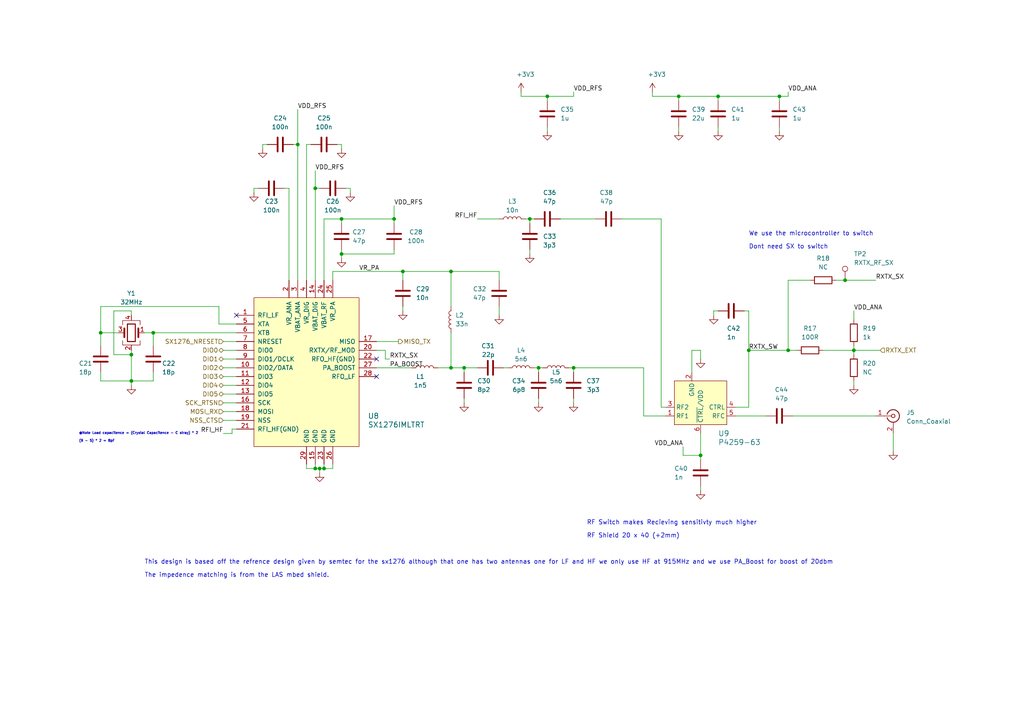
<source format=kicad_sch>
(kicad_sch (version 20230121) (generator eeschema)
  (paper "A4")
  (lib_symbols
    (symbol "Connector:Conn_Coaxial" (pin_names (offset 1.016) hide)
      (property "Reference" "J" (at 0.254 3.048 0))
      (property "Value" "Conn_Coaxial" (at 2.921 0 90))
      (symbol "Conn_Coaxial_0_1"
        (arc (start -1.778 -0.508) (mid 0.2311 -1.8066) (end 1.778 0) (stroke (width 0.254)))
        (polyline (pts (xy -2.54 0) (xy -0.508 0)))
        (polyline (pts (xy 0 -2.54) (xy 0 -1.778)))
        (circle (center 0 0) (radius 0.508) (stroke (width 0.2032)))
        (arc (start 1.778 0) (mid 0.2099 1.8101) (end -1.778 0.508) (stroke (width 0.254)))
      )
      (symbol "Conn_Coaxial_1_1"
        (pin passive line (at -5.08 0 0) (length 2.54) (name "In") (number "1"))
        (pin passive line (at 0 -5.08 90) (length 2.54) (name "Ext") (number "2"))
      )
    )
    (symbol "Connector:TestPoint" (pin_numbers hide) (pin_names (offset 0.762) hide)
      (property "Reference" "TP" (at 0 6.858 0))
      (property "Value" "TestPoint" (at 0 5.08 0))
      (symbol "TestPoint_0_1"
        (circle (center 0 3.302) (radius 0.762))
      )
      (symbol "TestPoint_1_1"
        (pin passive line (at 0 0 90) (length 2.54) (name "1") (number "1"))
      )
    )
    (symbol "Device:C" (pin_numbers hide) (pin_names (offset 0.254))
      (property "Reference" "C" (at 0.635 2.54 0))
      (property "Value" "C" (at 0.635 -2.54 0))
      (symbol "C_0_1"
        (polyline (pts (xy -2.032 -0.762) (xy 2.032 -0.762)) (stroke (width 0.508)))
        (polyline (pts (xy -2.032 0.762) (xy 2.032 0.762)) (stroke (width 0.508)))
      )
      (symbol "C_1_1"
        (pin passive line (at 0 3.81 270) (length 2.794) (name "~") (number "1"))
        (pin passive line (at 0 -3.81 90) (length 2.794) (name "~") (number "2"))
      )
    )
    (symbol "Device:Crystal_GND24" (pin_names (offset 1.016) hide)
      (property "Reference" "Y" (at 3.175 5.08 0))
      (property "Value" "Crystal_GND24" (at 3.175 3.175 0))
      (symbol "Crystal_GND24_0_1"
        (rectangle (start -1.143 2.54) (end 1.143 -2.54) (stroke (width 0.3048)))
        (polyline (pts (xy -2.54 0) (xy -2.032 0)))
        (polyline (pts (xy -2.032 -1.27) (xy -2.032 1.27)) (stroke (width 0.508)))
        (polyline (pts (xy 0 -3.81) (xy 0 -3.556)))
        (polyline (pts (xy 0 3.556) (xy 0 3.81)))
        (polyline (pts (xy 2.032 -1.27) (xy 2.032 1.27)) (stroke (width 0.508)))
        (polyline (pts (xy 2.032 0) (xy 2.54 0)))
        (polyline (pts (xy -2.54 -2.286) (xy -2.54 -3.556) (xy 2.54 -3.556) (xy 2.54 -2.286)))
        (polyline (pts (xy -2.54 2.286) (xy -2.54 3.556) (xy 2.54 3.556) (xy 2.54 2.286)))
      )
      (symbol "Crystal_GND24_1_1"
        (pin passive line (at -3.81 0 0) (length 1.27) (name "1") (number "1"))
        (pin passive line (at 0 5.08 270) (length 1.27) (name "2") (number "2"))
        (pin passive line (at 3.81 0 180) (length 1.27) (name "3") (number "3"))
        (pin passive line (at 0 -5.08 90) (length 1.27) (name "4") (number "4"))
      )
    )
    (symbol "Device:L" (pin_numbers hide) (pin_names (offset 1.016) hide)
      (property "Reference" "L" (at -1.27 0 90))
      (property "Value" "L" (at 1.905 0 90))
      (symbol "L_0_1"
        (arc (start 0 -2.54) (mid 0.6323 -1.905) (end 0 -1.27))
        (arc (start 0 -1.27) (mid 0.6323 -0.635) (end 0 0))
        (arc (start 0 0) (mid 0.6323 0.635) (end 0 1.27))
        (arc (start 0 1.27) (mid 0.6323 1.905) (end 0 2.54))
      )
      (symbol "L_1_1"
        (pin passive line (at 0 3.81 270) (length 1.27) (name "1") (number "1"))
        (pin passive line (at 0 -3.81 90) (length 1.27) (name "2") (number "2"))
      )
    )
    (symbol "Device:R" (pin_numbers hide) (pin_names (offset 0))
      (property "Reference" "R" (at 2.032 0 90))
      (property "Value" "R" (at 0 0 90))
      (symbol "R_0_1"
        (rectangle (start -1.016 -2.54) (end 1.016 2.54) (stroke (width 0.254)))
      )
      (symbol "R_1_1"
        (pin passive line (at 0 3.81 270) (length 1.27) (name "~") (number "1"))
        (pin passive line (at 0 -3.81 90) (length 1.27) (name "~") (number "2"))
      )
    )
    (symbol "dk_RF-Switches:4259-63"
      (property "Reference" "U" (at -6.35 3.81 0))
      (property "Value" "4259-63" (at 0 -11.43 0))
      (symbol "4259-63_0_1"
        (rectangle (start -7.62 2.54) (end 7.62 -10.16) (fill (type background)))
      )
      (symbol "4259-63_1_1"
        (pin passive line (at 10.16 0 180) (length 2.54) (name "RF1") (number "1"))
        (pin power_in line (at 2.54 -12.7 90) (length 2.54) (name "GND") (number "2"))
        (pin passive line (at 10.16 -2.54 180) (length 2.54) (name "RF2") (number "3"))
        (pin input line (at -10.16 -2.54 0) (length 2.54) (name "CTRL") (number "4"))
        (pin passive line (at -10.16 0 0) (length 2.54) (name "RFC") (number "5"))
        (pin power_in line (at 0 5.08 270) (length 2.54) (name "~{CTRL}/VDD") (number "6"))
      )
    )
    (symbol "dk_RF-Transceiver-ICs:SX1276IMLTRT" (pin_names (offset 1.016))
      (property "Reference" "U" (at -12.7 24.13 0))
      (property "Value" "SX1276IMLTRT" (at 25.4 -27.94 0))
      (symbol "SX1276IMLTRT_0_1"
        (rectangle (start -15.24 22.86) (end 15.24 -20.32) (fill (type background)))
      )
      (symbol "SX1276IMLTRT_1_1"
        (pin input line (at -20.32 17.78 0) (length 5.08) (name "RFI_LF") (number "1"))
        (pin bidirectional line (at -20.32 2.54 0) (length 5.08) (name "DIO2/DATA") (number "10"))
        (pin bidirectional line (at -20.32 0 0) (length 5.08) (name "DIO3") (number "11"))
        (pin bidirectional line (at -20.32 -2.54 0) (length 5.08) (name "DIO4") (number "12"))
        (pin bidirectional line (at -20.32 -5.08 0) (length 5.08) (name "DIO5") (number "13"))
        (pin power_in line (at 2.54 27.94 270) (length 5.08) (name "VBAT_DIG") (number "14"))
        (pin power_in line (at 2.54 -25.4 90) (length 5.08) (name "GND") (number "15"))
        (pin input line (at -20.32 -7.62 0) (length 5.08) (name "SCK") (number "16"))
        (pin output line (at 20.32 10.16 180) (length 5.08) (name "MISO") (number "17"))
        (pin input line (at -20.32 -10.16 0) (length 5.08) (name "MOSI") (number "18"))
        (pin input line (at -20.32 -12.7 0) (length 5.08) (name "NSS") (number "19"))
        (pin power_in line (at -5.08 27.94 270) (length 5.08) (name "VR_ANA") (number "2"))
        (pin output line (at 20.32 7.62 180) (length 5.08) (name "RXTX/RF_MOD") (number "20"))
        (pin input line (at -20.32 -15.24 0) (length 5.08) (name "RFI_HF(GND)") (number "21"))
        (pin output line (at 20.32 5.08 180) (length 5.08) (name "RFO_HF(GND)") (number "22"))
        (pin power_in line (at 5.08 -25.4 90) (length 5.08) (name "GND") (number "23"))
        (pin power_in line (at 5.08 27.94 270) (length 5.08) (name "VBAT_RF") (number "24"))
        (pin power_in line (at 7.62 27.94 270) (length 5.08) (name "VR_PA") (number "25"))
        (pin power_in line (at 7.62 -25.4 90) (length 5.08) (name "GND") (number "26"))
        (pin output line (at 20.32 2.54 180) (length 5.08) (name "PA_BOOST") (number "27"))
        (pin output line (at 20.32 0 180) (length 5.08) (name "RFO_LF") (number "28"))
        (pin power_in line (at 0 -25.4 90) (length 5.08) (name "GND") (number "29"))
        (pin power_in line (at -2.54 27.94 270) (length 5.08) (name "VBAT_ANA") (number "3"))
        (pin power_in line (at 0 27.94 270) (length 5.08) (name "VR_DIG") (number "4"))
        (pin bidirectional line (at -20.32 15.24 0) (length 5.08) (name "XTA") (number "5"))
        (pin bidirectional line (at -20.32 12.7 0) (length 5.08) (name "XTB") (number "6"))
        (pin bidirectional line (at -20.32 10.16 0) (length 5.08) (name "NRESET") (number "7"))
        (pin bidirectional line (at -20.32 7.62 0) (length 5.08) (name "DIO0") (number "8"))
        (pin bidirectional line (at -20.32 5.08 0) (length 5.08) (name "DIO1/DCLK") (number "9"))
      )
    )
    (symbol "power:+3V3" (power) (pin_names (offset 0))
      (property "Value" "+3V3" (at 0 3.556 0))
      (symbol "+3V3_0_1"
        (polyline (pts (xy -0.762 1.27) (xy 0 2.54)))
        (polyline (pts (xy 0 0) (xy 0 2.54)))
        (polyline (pts (xy 0 2.54) (xy 0.762 1.27)))
      )
      (symbol "+3V3_1_1"
        (pin power_in line (at 0 0 90) (length 0) hide (name "+3V3") (number "1"))
      )
    )
    (symbol "power:GND" (power) (pin_names (offset 0))
      (property "Value" "GND" (at 0 -3.81 0))
      (symbol "GND_0_1"
        (polyline (pts (xy 0 0) (xy 0 -1.27) (xy 1.27 -1.27) (xy 0 -2.54) (xy -1.27 -1.27) (xy 0 -1.27)))
      )
      (symbol "GND_1_1"
        (pin power_in line (at 0 0 270) (length 0) hide (name "GND") (number "1"))
      )
    )
  )
  (junction (at 29.21 96.52))
  (junction (at 38.1 110.49))
  (junction (at 99.06 63.5))
  (junction (at 92.71 135.89))
  (junction (at 245.11 81.28))
  (junction (at 130.81 106.68))
  (junction (at 116.84 78.74))
  (junction (at 44.45 96.52))
  (junction (at 130.81 78.74))
  (junction (at 153.67 63.5))
  (junction (at 166.37 106.68))
  (junction (at 99.06 73.66))
  (junction (at 196.85 27.94))
  (junction (at 158.75 27.94))
  (junction (at 91.44 135.89))
  (junction (at 228.6 101.6))
  (junction (at 156.21 106.68))
  (junction (at 134.62 106.68))
  (junction (at 91.44 54.61))
  (junction (at 226.06 27.94))
  (junction (at 208.28 27.94))
  (junction (at 38.1 102.87))
  (junction (at 203.2 132.08))
  (junction (at 93.98 135.89))
  (junction (at 217.17 101.6))
  (junction (at 86.36 41.91))
  (junction (at 247.65 101.6))
  (junction (at 114.3 63.5))
  (no_connect (at 68.58 91.44))
  (no_connect (at 109.22 109.22))
  (no_connect (at 109.22 104.14))
  (wire (pts (xy 138.43 63.5) (xy 144.78 63.5)))
  (wire (pts (xy 99.06 73.66) (xy 114.3 73.66)))
  (wire (pts (xy 228.6 101.6) (xy 228.6 81.28)))
  (wire (pts (xy 91.44 54.61) (xy 91.44 81.28)))
  (wire (pts (xy 38.1 110.49) (xy 38.1 111.76)))
  (wire (pts (xy 226.06 27.94) (xy 208.28 27.94)))
  (wire (pts (xy 38.1 90.17) (xy 33.02 90.17)))
  (wire (pts (xy 73.66 54.61) (xy 74.93 54.61)))
  (wire (pts (xy 116.84 78.74) (xy 130.81 78.74)))
  (wire (pts (xy 99.06 41.91) (xy 99.06 43.18)))
  (wire (pts (xy 113.03 104.14) (xy 111.76 104.14)))
  (wire (pts (xy 217.17 118.11) (xy 213.36 118.11)))
  (wire (pts (xy 114.3 59.69) (xy 114.3 63.5)))
  (wire (pts (xy 33.02 90.17) (xy 33.02 102.87)))
  (wire (pts (xy 86.36 41.91) (xy 85.09 41.91)))
  (wire (pts (xy 217.17 90.17) (xy 217.17 101.6)))
  (wire (pts (xy 189.23 27.94) (xy 196.85 27.94)))
  (wire (pts (xy 64.77 114.3) (xy 68.58 114.3)))
  (wire (pts (xy 90.17 41.91) (xy 88.9 41.91)))
  (wire (pts (xy 191.77 118.11) (xy 191.77 63.5)))
  (wire (pts (xy 101.6 54.61) (xy 100.33 54.61)))
  (wire (pts (xy 189.23 26.67) (xy 189.23 27.94)))
  (wire (pts (xy 101.6 55.88) (xy 101.6 54.61)))
  (wire (pts (xy 165.1 106.68) (xy 166.37 106.68)))
  (wire (pts (xy 111.76 101.6) (xy 109.22 101.6)))
  (wire (pts (xy 99.06 72.39) (xy 99.06 73.66)))
  (wire (pts (xy 76.2 41.91) (xy 76.2 43.18)))
  (wire (pts (xy 64.77 125.73) (xy 67.31 125.73)))
  (wire (pts (xy 153.67 63.5) (xy 154.94 63.5)))
  (wire (pts (xy 153.67 72.39) (xy 153.67 73.66)))
  (wire (pts (xy 64.77 116.84) (xy 68.58 116.84)))
  (wire (pts (xy 229.87 120.65) (xy 254 120.65)))
  (wire (pts (xy 156.21 106.68) (xy 157.48 106.68)))
  (wire (pts (xy 38.1 102.87) (xy 38.1 101.6)))
  (wire (pts (xy 228.6 27.94) (xy 226.06 27.94)))
  (wire (pts (xy 114.3 63.5) (xy 114.3 64.77)))
  (wire (pts (xy 146.05 106.68) (xy 147.32 106.68)))
  (wire (pts (xy 64.77 106.68) (xy 68.58 106.68)))
  (wire (pts (xy 64.77 119.38) (xy 68.58 119.38)))
  (wire (pts (xy 158.75 36.83) (xy 158.75 38.1)))
  (wire (pts (xy 38.1 102.87) (xy 38.1 110.49)))
  (wire (pts (xy 153.67 63.5) (xy 153.67 64.77)))
  (wire (pts (xy 99.06 73.66) (xy 99.06 74.93)))
  (wire (pts (xy 151.13 27.94) (xy 158.75 27.94)))
  (wire (pts (xy 156.21 107.95) (xy 156.21 106.68)))
  (wire (pts (xy 67.31 124.46) (xy 68.58 124.46)))
  (wire (pts (xy 259.08 125.73) (xy 259.08 130.81)))
  (wire (pts (xy 130.81 106.68) (xy 134.62 106.68)))
  (wire (pts (xy 222.25 120.65) (xy 213.36 120.65)))
  (wire (pts (xy 44.45 96.52) (xy 68.58 96.52)))
  (wire (pts (xy 228.6 101.6) (xy 231.14 101.6)))
  (wire (pts (xy 63.5 88.9) (xy 29.21 88.9)))
  (wire (pts (xy 226.06 36.83) (xy 226.06 38.1)))
  (wire (pts (xy 64.77 111.76) (xy 68.58 111.76)))
  (wire (pts (xy 99.06 63.5) (xy 99.06 64.77)))
  (wire (pts (xy 82.55 54.61) (xy 83.82 54.61)))
  (wire (pts (xy 198.12 129.54) (xy 198.12 132.08)))
  (wire (pts (xy 208.28 29.21) (xy 208.28 27.94)))
  (wire (pts (xy 166.37 27.94) (xy 158.75 27.94)))
  (wire (pts (xy 64.77 109.22) (xy 68.58 109.22)))
  (wire (pts (xy 93.98 134.62) (xy 93.98 135.89)))
  (wire (pts (xy 109.22 106.68) (xy 119.38 106.68)))
  (wire (pts (xy 156.21 115.57) (xy 156.21 116.84)))
  (wire (pts (xy 134.62 115.57) (xy 134.62 116.84)))
  (wire (pts (xy 228.6 26.67) (xy 228.6 27.94)))
  (wire (pts (xy 67.31 125.73) (xy 67.31 124.46)))
  (wire (pts (xy 91.44 135.89) (xy 88.9 135.89)))
  (wire (pts (xy 154.94 106.68) (xy 156.21 106.68)))
  (wire (pts (xy 207.01 91.44) (xy 207.01 90.17)))
  (wire (pts (xy 64.77 101.6) (xy 68.58 101.6)))
  (wire (pts (xy 203.2 133.35) (xy 203.2 132.08)))
  (wire (pts (xy 29.21 110.49) (xy 38.1 110.49)))
  (wire (pts (xy 217.17 101.6) (xy 228.6 101.6)))
  (wire (pts (xy 99.06 41.91) (xy 97.79 41.91)))
  (wire (pts (xy 111.76 104.14) (xy 111.76 101.6)))
  (wire (pts (xy 64.77 99.06) (xy 68.58 99.06)))
  (wire (pts (xy 198.12 132.08) (xy 203.2 132.08)))
  (wire (pts (xy 44.45 96.52) (xy 41.91 96.52)))
  (wire (pts (xy 68.58 93.98) (xy 63.5 93.98)))
  (wire (pts (xy 63.5 93.98) (xy 63.5 88.9)))
  (wire (pts (xy 96.52 78.74) (xy 116.84 78.74)))
  (wire (pts (xy 93.98 63.5) (xy 93.98 81.28)))
  (wire (pts (xy 91.44 49.53) (xy 91.44 54.61)))
  (wire (pts (xy 247.65 101.6) (xy 255.27 101.6)))
  (wire (pts (xy 44.45 110.49) (xy 38.1 110.49)))
  (wire (pts (xy 92.71 54.61) (xy 91.44 54.61)))
  (wire (pts (xy 166.37 106.68) (xy 186.69 106.68)))
  (wire (pts (xy 29.21 88.9) (xy 29.21 96.52)))
  (wire (pts (xy 29.21 96.52) (xy 34.29 96.52)))
  (wire (pts (xy 196.85 27.94) (xy 208.28 27.94)))
  (wire (pts (xy 64.77 104.14) (xy 68.58 104.14)))
  (wire (pts (xy 186.69 106.68) (xy 186.69 120.65)))
  (wire (pts (xy 44.45 96.52) (xy 44.45 100.33)))
  (wire (pts (xy 44.45 107.95) (xy 44.45 110.49)))
  (wire (pts (xy 38.1 90.17) (xy 38.1 91.44)))
  (wire (pts (xy 96.52 135.89) (xy 93.98 135.89)))
  (wire (pts (xy 130.81 96.52) (xy 130.81 106.68)))
  (wire (pts (xy 152.4 63.5) (xy 153.67 63.5)))
  (wire (pts (xy 83.82 81.28) (xy 83.82 54.61)))
  (wire (pts (xy 29.21 107.95) (xy 29.21 110.49)))
  (wire (pts (xy 238.76 101.6) (xy 247.65 101.6)))
  (wire (pts (xy 116.84 78.74) (xy 116.84 81.28)))
  (wire (pts (xy 166.37 115.57) (xy 166.37 116.84)))
  (wire (pts (xy 134.62 106.68) (xy 138.43 106.68)))
  (wire (pts (xy 92.71 135.89) (xy 92.71 137.16)))
  (wire (pts (xy 226.06 27.94) (xy 226.06 29.21)))
  (wire (pts (xy 200.66 101.6) (xy 203.2 101.6)))
  (wire (pts (xy 77.47 41.91) (xy 76.2 41.91)))
  (wire (pts (xy 151.13 26.67) (xy 151.13 27.94)))
  (wire (pts (xy 88.9 134.62) (xy 88.9 135.89)))
  (wire (pts (xy 33.02 102.87) (xy 38.1 102.87)))
  (wire (pts (xy 228.6 81.28) (xy 234.95 81.28)))
  (wire (pts (xy 207.01 90.17) (xy 208.28 90.17)))
  (wire (pts (xy 73.66 54.61) (xy 73.66 55.88)))
  (wire (pts (xy 247.65 101.6) (xy 247.65 102.87)))
  (wire (pts (xy 247.65 100.33) (xy 247.65 101.6)))
  (wire (pts (xy 196.85 27.94) (xy 196.85 29.21)))
  (wire (pts (xy 86.36 41.91) (xy 86.36 81.28)))
  (wire (pts (xy 217.17 101.6) (xy 217.17 118.11)))
  (wire (pts (xy 245.11 81.28) (xy 242.57 81.28)))
  (wire (pts (xy 166.37 106.68) (xy 166.37 107.95)))
  (wire (pts (xy 29.21 96.52) (xy 29.21 100.33)))
  (wire (pts (xy 130.81 78.74) (xy 130.81 88.9)))
  (wire (pts (xy 96.52 134.62) (xy 96.52 135.89)))
  (wire (pts (xy 93.98 63.5) (xy 99.06 63.5)))
  (wire (pts (xy 180.34 63.5) (xy 191.77 63.5)))
  (wire (pts (xy 114.3 73.66) (xy 114.3 72.39)))
  (wire (pts (xy 200.66 107.95) (xy 200.66 101.6)))
  (wire (pts (xy 158.75 27.94) (xy 158.75 29.21)))
  (wire (pts (xy 86.36 31.75) (xy 86.36 41.91)))
  (wire (pts (xy 91.44 134.62) (xy 91.44 135.89)))
  (wire (pts (xy 254 81.28) (xy 245.11 81.28)))
  (wire (pts (xy 144.78 88.9) (xy 144.78 91.44)))
  (wire (pts (xy 186.69 120.65) (xy 193.04 120.65)))
  (wire (pts (xy 116.84 88.9) (xy 116.84 90.17)))
  (wire (pts (xy 92.71 135.89) (xy 91.44 135.89)))
  (wire (pts (xy 144.78 78.74) (xy 144.78 81.28)))
  (wire (pts (xy 247.65 90.17) (xy 247.65 92.71)))
  (wire (pts (xy 247.65 110.49) (xy 247.65 111.76)))
  (wire (pts (xy 203.2 125.73) (xy 203.2 132.08)))
  (wire (pts (xy 109.22 99.06) (xy 115.57 99.06)))
  (wire (pts (xy 127 106.68) (xy 130.81 106.68)))
  (wire (pts (xy 191.77 118.11) (xy 193.04 118.11)))
  (wire (pts (xy 96.52 81.28) (xy 96.52 78.74)))
  (wire (pts (xy 162.56 63.5) (xy 172.72 63.5)))
  (wire (pts (xy 208.28 36.83) (xy 208.28 38.1)))
  (wire (pts (xy 166.37 26.67) (xy 166.37 27.94)))
  (wire (pts (xy 64.77 121.92) (xy 68.58 121.92)))
  (wire (pts (xy 217.17 90.17) (xy 215.9 90.17)))
  (wire (pts (xy 99.06 63.5) (xy 114.3 63.5)))
  (wire (pts (xy 93.98 135.89) (xy 92.71 135.89)))
  (wire (pts (xy 88.9 41.91) (xy 88.9 81.28)))
  (wire (pts (xy 130.81 78.74) (xy 144.78 78.74)))
  (wire (pts (xy 196.85 36.83) (xy 196.85 38.1)))
  (wire (pts (xy 203.2 142.24) (xy 203.2 140.97)))
  (wire (pts (xy 203.2 101.6) (xy 203.2 104.14)))
  (wire (pts (xy 134.62 106.68) (xy 134.62 107.95)))
  (text "The impedence matching is from the LAS mbed shield." (at 41.91 167.64 0) (effects (font (size 1.27 1.27)) (justify left bottom)))
  (text "@Note Load capacitence = (Crystal Capacitence - C stray) * 2\n\n(9 - 5) * 2 = 8pF\n\n" (at 22.86 129.54 0) (effects (font (size 0.7 0.7)) (justify left bottom)))
  (text "We use the microcontroller to switch\n" (at 217.17 68.58 0) (effects (font (size 1.27 1.27)) (justify left bottom)))
  (text "RF Shield 20 x 40 (+2mm)" (at 170.18 156.21 0) (effects (font (size 1.27 1.27)) (justify left bottom)))
  (text "This design is based off the refrence design given by semtec for the sx1276 although that one has two antennas one for LF and HF we only use HF at 915MHz and we use PA_Boost for boost of 20dbm\n" (at 41.91 163.83 0) (effects (font (size 1.27 1.27)) (justify left bottom)))
  (text "Dont need SX to switch" (at 217.17 72.39 0) (effects (font (size 1.27 1.27)) (justify left bottom)))
  (text "RF Switch makes Recieving sensitivty much higher\n" (at 170.18 152.4 0) (effects (font (size 1.27 1.27)) (justify left bottom)))
  (label "PA_BOOST" (at 113.03 106.68 0))
  (label "RXTX_SX" (at 113.03 104.14 0))
  (label "RXTX_SW" (at 217.17 101.6 0))
  (label "VDD_RFS" (at 166.37 26.67 0))
  (label "VDD_RFS" (at 86.36 31.75 0))
  (label "RFI_HF" (at 64.77 125.73 180))
  (label "VR_PA" (at 104.14 78.74 0))
  (label "VDD_RFS" (at 91.44 49.53 0))
  (label "RXTX_SX" (at 254 81.28 0))
  (label "VDD_ANA" (at 198.12 129.54 180))
  (label "VDD_RFS" (at 114.3 59.69 0))
  (label "RFI_HF" (at 138.43 63.5 180))
  (label "VDD_ANA" (at 228.6 26.67 0))
  (label "VDD_ANA" (at 247.65 90.17 0))
  (hierarchical_label "MISO_TX" (shape output) (at 115.57 99.06 0))
  (hierarchical_label "DIO5" (shape bidirectional) (at 64.77 114.3 180))
  (hierarchical_label "DIO4" (shape bidirectional) (at 64.77 111.76 180))
  (hierarchical_label "DIO0" (shape bidirectional) (at 64.77 101.6 180))
  (hierarchical_label "DIO2" (shape bidirectional) (at 64.77 106.68 180))
  (hierarchical_label "NSS_CTS" (shape input) (at 64.77 121.92 180))
  (hierarchical_label "DIO3" (shape bidirectional) (at 64.77 109.22 180))
  (hierarchical_label "RXTX_EXT" (shape input) (at 255.27 101.6 0))
  (hierarchical_label "SCK_RTSN" (shape input) (at 64.77 116.84 180))
  (hierarchical_label "MOSI_RX" (shape input) (at 64.77 119.38 180))
  (hierarchical_label "DIO1" (shape bidirectional) (at 64.77 104.14 180))
  (hierarchical_label "SX1276_NRESET" (shape input) (at 64.77 99.06 180))
  (symbol (lib_id "Device:C") (at 99.06 68.58 0) (unit 1)
    (property "Reference" "C27" (at 104.14 67.31 0))
    (property "Value" "47p" (at 104.14 69.85 0))
    (property "Footprint" "Capacitor_SMD:C_0402_1005Metric" (effects hide))
    (property "LCSC #" "C1567" (effects hide))
    (property "JLCPCB Part#(optional)" "C1567" (effects hide))
    (property "DK #" "490-10670-1-ND" (effects hide))
  )
  (symbol (lib_id "Device:C") (at 114.3 68.58 0) (unit 1)
    (property "Reference" "C28" (at 120.65 67.31 0))
    (property "Value" "100n" (at 120.65 69.85 0))
    (property "Footprint" "Capacitor_SMD:C_0402_1005Metric" (effects hide))
    (property "Description" "100nF -20%,+80% 16V Y5V 0402 Multilayer Ceramic Capacitors MLCC - SMD/SMT RoHS" (effects hide))
    (property "LCSC #" "C1525" (effects hide))
    (property "JLCPCB Part#(optional)" "C1525" (effects hide))
    (property "DK #" "490-14603-1-ND" (effects hide))
  )
  (symbol (lib_id "Device:C") (at 93.98 41.91 90) (unit 1)
    (property "Reference" "C25" (at 93.98 34.29 90))
    (property "Value" "100n" (at 93.98 36.83 90))
    (property "Footprint" "Capacitor_SMD:C_0402_1005Metric" (effects hide))
    (property "Description" "100nF -20%,+80% 16V Y5V 0402 Multilayer Ceramic Capacitors MLCC - SMD/SMT RoHS" (effects hide))
    (property "LCSC #" "C1525" (effects hide))
    (property "JLCPCB Part#(optional)" "C1525" (effects hide))
    (property "DK #" "490-14603-1-ND" (effects hide))
  )
  (symbol (lib_id "power:+3V3") (at 151.13 26.67 0) (unit 1)
    (property "Reference" "#PWR066" (effects hide))
    (property "Value" "+3V3" (at 152.4 21.59 0))
  )
  (symbol (lib_id "power:GND") (at 203.2 142.24 0) (unit 1)
    (property "Reference" "#PWR074" (effects hide))
    (property "Value" "GND" (effects hide))
  )
  (symbol (lib_id "Device:R") (at 238.76 81.28 90) (unit 1)
    (property "Reference" "R18" (at 238.76 74.93 90))
    (property "Value" "NC" (at 238.76 77.47 90))
    (property "Footprint" "Resistor_SMD:R_0402_1005Metric" (effects hide))
  )
  (symbol (lib_id "Device:C") (at 158.75 33.02 0) (unit 1)
    (property "Reference" "C35" (at 162.56 31.75 0) (effects (justify left)))
    (property "Value" "1u" (at 162.56 34.29 0) (effects (justify left)))
    (property "Footprint" "Capacitor_SMD:C_0402_1005Metric" (effects hide))
    (property "LCSC #" "C528974" (effects hide))
    (property "JLCPCB Part#(optional)" "C528974" (effects hide))
    (property "DK #" "490-13339-1-ND" (effects hide))
  )
  (symbol (lib_id "Device:C") (at 81.28 41.91 270) (unit 1)
    (property "Reference" "C24" (at 81.28 34.29 90))
    (property "Value" "100n" (at 81.28 36.83 90))
    (property "Footprint" "Capacitor_SMD:C_0402_1005Metric" (effects hide))
    (property "Description" "100nF -20%,+80% 16V Y5V 0402 Multilayer Ceramic Capacitors MLCC - SMD/SMT RoHS" (effects hide))
    (property "LCSC #" "C1525" (effects hide))
    (property "JLCPCB Part#(optional)" "C1525" (effects hide))
    (property "DK #" "490-14603-1-ND" (effects hide))
  )
  (symbol (lib_id "Device:L") (at 151.13 106.68 90) (unit 1)
    (property "Reference" "L4" (at 151.13 101.6 90))
    (property "Value" "5n6" (at 151.13 104.14 90))
    (property "Footprint" "Inductor_SMD:L_0402_1005Metric" (effects hide))
    (property "LCSC #" "C91626" (effects hide))
    (property "JLCPCB Part#(optional)" "C91626" (effects hide))
    (property "DK #" "490-6833-1-ND" (effects hide))
  )
  (symbol (lib_id "power:GND") (at 73.66 55.88 0) (unit 1)
    (property "Reference" "#PWR057" (effects hide))
    (property "Value" "GND" (effects hide))
  )
  (symbol (lib_id "Device:R") (at 247.65 96.52 180) (unit 1)
    (property "Reference" "R19" (at 250.19 95.25 0) (effects (justify right)))
    (property "Value" "1k" (at 250.19 97.79 0) (effects (justify right)))
    (property "Footprint" "Resistor_SMD:R_0402_1005Metric" (effects hide))
    (property "LCSC #" "C21190" (effects hide))
    (property "JLCPCB Part#(optional)" "C21190" (effects hide))
    (property "DK #" "311-100KLRCT-ND" (effects hide))
  )
  (symbol (lib_id "Device:C") (at 29.21 104.14 0) (unit 1)
    (property "Reference" "C21" (at 22.86 105.41 0) (effects (justify left)))
    (property "Value" "18p" (at 22.86 107.95 0) (effects (justify left)))
    (property "Footprint" "Capacitor_SMD:C_0402_1005Metric" (effects hide))
    (property "LCSC #" "C1549" (effects hide))
    (property "JLCPCB Part#(optional)" "C1549" (effects hide))
    (property "DK #" "399-8828-1-ND" (effects hide))
  )
  (symbol (lib_id "Connector:Conn_Coaxial") (at 259.08 120.65 0) (unit 1)
    (property "Reference" "J5" (at 262.89 119.6732 0) (effects (justify left)))
    (property "Value" "Conn_Coaxial" (at 262.89 122.2132 0) (effects (justify left)))
    (property "Footprint" "footprints:TAOGLAS_EMPCB.SMAFSTJ.B.HT" (effects hide))
    (property "Datasheet" " ~" (effects hide))
    (property "LCSC #" "C1509221" (effects hide))
    (property "JLCPCB Part#(optional)" "C1509221" (effects hide))
  )
  (symbol (lib_id "power:GND") (at 247.65 111.76 0) (unit 1)
    (property "Reference" "#PWR078" (effects hide))
    (property "Value" "GND" (effects hide))
  )
  (symbol (lib_id "Device:L") (at 123.19 106.68 90) (unit 1)
    (property "Reference" "L1" (at 121.92 109.22 90))
    (property "Value" "1n5" (at 121.92 111.76 90))
    (property "Footprint" "Inductor_SMD:L_0402_1005Metric" (effects hide))
    (property "LCSC #" "C340346" (effects hide))
    (property "JLCPCB Part#(optional)" "C340346" (effects hide))
    (property "DK #" "490-1075-1-ND" (effects hide))
  )
  (symbol (lib_id "power:GND") (at 134.62 116.84 0) (unit 1)
    (property "Reference" "#PWR064" (effects hide))
    (property "Value" "GND" (effects hide))
  )
  (symbol (lib_id "power:GND") (at 207.01 91.44 0) (unit 1)
    (property "Reference" "#PWR075" (effects hide))
    (property "Value" "GND" (effects hide))
  )
  (symbol (lib_id "power:GND") (at 116.84 90.17 0) (unit 1)
    (property "Reference" "#PWR063" (effects hide))
    (property "Value" "GND" (effects hide))
  )
  (symbol (lib_id "Device:C") (at 78.74 54.61 270) (unit 1)
    (property "Reference" "C23" (at 78.74 58.42 90))
    (property "Value" "100n" (at 78.74 60.96 90))
    (property "Footprint" "Capacitor_SMD:C_0402_1005Metric" (effects hide))
    (property "Description" "100nF -20%,+80% 16V Y5V 0402 Multilayer Ceramic Capacitors MLCC - SMD/SMT RoHS" (effects hide))
    (property "LCSC #" "C1525" (effects hide))
    (property "JLCPCB Part#(optional)" "C1525" (effects hide))
    (property "DK #" "490-14603-1-ND" (effects hide))
  )
  (symbol (lib_id "dk_RF-Transceiver-ICs:SX1276IMLTRT") (at 88.9 109.22 0) (unit 1)
    (property "Reference" "U8" (at 106.68 120.65 0) (effects (font (size 1.524 1.524)) (justify left)))
    (property "Value" "SX1276IMLTRT" (at 106.68 123.19 0) (effects (font (size 1.524 1.524)) (justify left)))
    (property "Footprint" "digikey-footprints:VQFN-28-1EP_6x6mm" (effects hide))
    (property "Datasheet" "https://cdn.sparkfun.com/assets/a/a/0/b/5/DS_SX1276-7-8-9_W_APP_V5.pdf" (effects hide))
    (property "Category" "RF/IF and RFID" (effects hide))
    (property "Description" "IC RF TXRX 802.15.4 28VQFN" (effects hide))
    (property "LCSC #" "C80171" (effects hide))
    (property "JLCPCB Part#(optional)" "C80171" (effects hide))
    (property "DK #" "SX1276IMLTRTCT-ND" (effects hide))
  )
  (symbol (lib_id "Device:R") (at 247.65 106.68 180) (unit 1)
    (property "Reference" "R20" (at 250.19 105.41 0) (effects (justify right)))
    (property "Value" "NC" (at 250.19 107.95 0) (effects (justify right)))
    (property "Footprint" "Resistor_SMD:R_0402_1005Metric" (effects hide))
  )
  (symbol (lib_id "power:+3V3") (at 189.23 26.67 0) (unit 1)
    (property "Reference" "#PWR071" (effects hide))
    (property "Value" "+3V3" (at 190.5 21.59 0))
  )
  (symbol (lib_id "power:GND") (at 259.08 130.81 0) (unit 1)
    (property "Reference" "#PWR079" (effects hide))
    (property "Value" "GND" (effects hide))
  )
  (symbol (lib_id "power:GND") (at 208.28 38.1 0) (unit 1)
    (property "Reference" "#PWR076" (effects hide))
    (property "Value" "GND" (effects hide))
  )
  (symbol (lib_id "dk_RF-Switches:4259-63") (at 203.2 120.65 180) (unit 1)
    (property "Reference" "U9" (at 208.28 125.73 0) (effects (font (size 1.524 1.524)) (justify right)))
    (property "Value" "P4259-63" (at 208.28 128.27 0) (effects (font (size 1.524 1.524)) (justify right)))
    (property "Footprint" "digikey-footprints:SOT-363" (effects hide))
    (property "Datasheet" "http://www.psemi.com/pdf/datasheets/pe4259ds.pdf" (effects hide))
    (property "Category" "RF/IF and RFID" (effects hide))
    (property "Description" "IC RF SWITCH SPDT 3GHZ SC70-6" (effects hide))
    (property "LCSC #" "C470892" (effects hide))
    (property "JLCPCB Part#(optional)" "C470892" (effects hide))
    (property "DK #" "1046-1011-1-ND" (effects hide))
  )
  (symbol (lib_id "Connector:TestPoint") (at 245.11 81.28 0) (unit 1)
    (property "Reference" "TP2" (at 247.65 73.66 0) (effects (justify left)))
    (property "Value" "RXTX_RF_SX" (at 247.65 76.2 0) (effects (justify left)))
    (property "Footprint" "TestPoint:TestPoint_Pad_D1.0mm" (effects hide))
  )
  (symbol (lib_id "power:GND") (at 99.06 43.18 0) (unit 1)
    (property "Reference" "#PWR060" (effects hide))
    (property "Value" "GND" (effects hide))
  )
  (symbol (lib_id "Device:C") (at 226.06 120.65 90) (unit 1)
    (property "Reference" "C44" (at 228.6 113.03 90) (effects (justify left)))
    (property "Value" "47p" (at 228.6 115.57 90) (effects (justify left)))
    (property "Footprint" "Capacitor_SMD:C_0402_1005Metric" (effects hide))
    (property "LCSC #" "C1567" (effects hide))
    (property "JLCPCB Part#(optional)" "C1567" (effects hide))
    (property "DK #" "490-10670-1-ND" (effects hide))
  )
  (symbol (lib_id "power:GND") (at 166.37 116.84 0) (unit 1)
    (property "Reference" "#PWR070" (effects hide))
    (property "Value" "GND" (effects hide))
  )
  (symbol (lib_id "power:GND") (at 144.78 91.44 0) (unit 1)
    (property "Reference" "#PWR065" (effects hide))
    (property "Value" "GND" (effects hide))
  )
  (symbol (lib_id "Device:C") (at 166.37 111.76 180) (unit 1)
    (property "Reference" "C37" (at 173.99 110.49 0) (effects (justify left)))
    (property "Value" "3p3" (at 173.99 113.03 0) (effects (justify left)))
    (property "Footprint" "Capacitor_SMD:C_0402_1005Metric" (effects hide))
    (property "LCSC #" "C710652" (effects hide))
    (property "JLCPCB Part#(optional)" "C710652" (effects hide))
    (property "DK #" "490-5938-1-ND" (effects hide))
  )
  (symbol (lib_id "power:GND") (at 226.06 38.1 0) (unit 1)
    (property "Reference" "#PWR077" (effects hide))
    (property "Value" "GND" (effects hide))
  )
  (symbol (lib_id "Device:C") (at 142.24 106.68 90) (unit 1)
    (property "Reference" "C31" (at 143.51 100.33 90) (effects (justify left)))
    (property "Value" "22p" (at 143.51 102.87 90) (effects (justify left)))
    (property "Footprint" "Capacitor_SMD:C_0402_1005Metric" (effects hide))
    (property "LCSC #" "C1555" (effects hide))
    (property "JLCPCB Part#(optional)" "C1555" (effects hide))
    (property "DK #" "1276-1274-1-ND" (effects hide))
  )
  (symbol (lib_id "power:GND") (at 158.75 38.1 0) (unit 1)
    (property "Reference" "#PWR069" (effects hide))
    (property "Value" "GND" (effects hide))
  )
  (symbol (lib_id "Device:C") (at 176.53 63.5 90) (unit 1)
    (property "Reference" "C38" (at 177.8 55.88 90) (effects (justify left)))
    (property "Value" "47p" (at 177.8 58.42 90) (effects (justify left)))
    (property "Footprint" "Capacitor_SMD:C_0402_1005Metric" (effects hide))
    (property "LCSC #" "C1567" (effects hide))
    (property "JLCPCB Part#(optional)" "C1567" (effects hide))
    (property "DK #" "490-10670-1-ND" (effects hide))
  )
  (symbol (lib_id "Device:L") (at 148.59 63.5 90) (unit 1)
    (property "Reference" "L3" (at 148.59 58.42 90))
    (property "Value" "10n" (at 148.59 60.96 90))
    (property "Footprint" "Inductor_SMD:L_0402_1005Metric" (effects hide))
    (property "LCSC #" "C77103" (effects hide))
    (property "JLCPCB Part#(optional)" "C77103" (effects hide))
    (property "DK #" "490-2623-1-ND" (effects hide))
  )
  (symbol (lib_id "Device:C") (at 134.62 111.76 0) (unit 1)
    (property "Reference" "C30" (at 138.43 110.49 0) (effects (justify left)))
    (property "Value" "8p2" (at 138.43 113.03 0) (effects (justify left)))
    (property "Footprint" "Capacitor_SMD:C_0402_1005Metric" (effects hide))
    (property "LCSC #" "C1579" (effects hide))
    (property "JLCPCB Part#(optional)" "C1579" (effects hide))
    (property "DK #" "490-6256-1-ND" (effects hide))
  )
  (symbol (lib_id "Device:Crystal_GND24") (at 38.1 96.52 180) (unit 1)
    (property "Reference" "Y1" (at 38.1 85.09 0))
    (property "Value" "32MHz" (at 38.1 87.63 0))
    (property "Footprint" "Crystal:Crystal_SMD_2016-4Pin_2.0x1.6mm" (effects hide))
    (property "LCSC #" "C1986260" (effects hide))
    (property "JLCPCB Part#(optional)" "C1986260" (effects hide))
    (property "DK #" "644-1300-1-ND" (effects hide))
  )
  (symbol (lib_id "power:GND") (at 99.06 74.93 0) (unit 1)
    (property "Reference" "#PWR061" (effects hide))
    (property "Value" "GND" (effects hide))
  )
  (symbol (lib_id "power:GND") (at 156.21 116.84 0) (unit 1)
    (property "Reference" "#PWR068" (effects hide))
    (property "Value" "GND" (effects hide))
  )
  (symbol (lib_id "Device:C") (at 44.45 104.14 0) (unit 1)
    (property "Reference" "C22" (at 46.99 105.41 0) (effects (justify left)))
    (property "Value" "18p" (at 46.99 107.95 0) (effects (justify left)))
    (property "Footprint" "Capacitor_SMD:C_0402_1005Metric" (effects hide))
    (property "LCSC #" "C1549" (effects hide))
    (property "JLCPCB Part#(optional)" "C1549" (effects hide))
    (property "DK #" "399-8828-1-ND" (effects hide))
  )
  (symbol (lib_id "power:GND") (at 76.2 43.18 0) (unit 1)
    (property "Reference" "#PWR058" (effects hide))
    (property "Value" "GND" (effects hide))
  )
  (symbol (lib_id "Device:C") (at 208.28 33.02 0) (unit 1)
    (property "Reference" "C41" (at 212.09 31.75 0) (effects (justify left)))
    (property "Value" "1u" (at 212.09 34.29 0) (effects (justify left)))
    (property "Footprint" "Capacitor_SMD:C_0402_1005Metric" (effects hide))
    (property "LCSC #" "C528974" (effects hide))
    (property "JLCPCB Part#(optional)" "C528974" (effects hide))
    (property "DK #" "490-13339-1-ND" (effects hide))
  )
  (symbol (lib_id "power:GND") (at 38.1 111.76 0) (unit 1)
    (property "Reference" "#PWR056" (effects hide))
    (property "Value" "GND" (effects hide))
  )
  (symbol (lib_id "power:GND") (at 203.2 104.14 0) (unit 1)
    (property "Reference" "#PWR073" (effects hide))
    (property "Value" "GND" (effects hide))
  )
  (symbol (lib_id "Device:C") (at 153.67 68.58 0) (unit 1)
    (property "Reference" "C33" (at 157.48 68.58 0) (effects (justify left)))
    (property "Value" "3p3" (at 157.48 71.12 0) (effects (justify left)))
    (property "Footprint" "Capacitor_SMD:C_0402_1005Metric" (effects hide))
    (property "LCSC #" "C710652" (effects hide))
    (property "JLCPCB Part#(optional)" "C710652" (effects hide))
    (property "DK #" "490-5938-1-ND" (effects hide))
  )
  (symbol (lib_id "Device:C") (at 156.21 111.76 180) (unit 1)
    (property "Reference" "C34" (at 152.4 110.49 0) (effects (justify left)))
    (property "Value" "6p8" (at 152.4 113.03 0) (effects (justify left)))
    (property "Footprint" "Capacitor_SMD:C_0402_1005Metric" (effects hide))
    (property "LCSC #" "C1576" (effects hide))
    (property "JLCPCB Part#(optional)" "C1576" (effects hide))
    (property "DK #" "490-5949-1-ND" (effects hide))
  )
  (symbol (lib_id "power:GND") (at 196.85 38.1 0) (unit 1)
    (property "Reference" "#PWR072" (effects hide))
    (property "Value" "GND" (effects hide))
  )
  (symbol (lib_id "Device:C") (at 158.75 63.5 270) (mirror x) (unit 1)
    (property "Reference" "C36" (at 157.48 55.88 90) (effects (justify left)))
    (property "Value" "47p" (at 157.48 58.42 90) (effects (justify left)))
    (property "Footprint" "Capacitor_SMD:C_0402_1005Metric" (effects hide))
    (property "LCSC #" "C1567" (effects hide))
    (property "JLCPCB Part#(optional)" "C1567" (effects hide))
    (property "DK #" "490-10670-1-ND" (effects hide))
  )
  (symbol (lib_id "Device:C") (at 116.84 85.09 0) (unit 1)
    (property "Reference" "C29" (at 120.65 83.82 0) (effects (justify left)))
    (property "Value" "10n" (at 120.65 86.36 0) (effects (justify left)))
    (property "Footprint" "Capacitor_SMD:C_0402_1005Metric" (effects hide))
    (property "LCSC #" "C3855387" (effects hide))
    (property "JLCPCB Part#(optional)" "-- mixed values --" (effects hide))
    (property "DK #" "490-4762-1-ND" (effects hide))
  )
  (symbol (lib_id "power:GND") (at 101.6 55.88 0) (unit 1)
    (property "Reference" "#PWR062" (effects hide))
    (property "Value" "GND" (effects hide))
  )
  (symbol (lib_id "Device:C") (at 196.85 33.02 0) (unit 1)
    (property "Reference" "C39" (at 200.66 31.75 0) (effects (justify left)))
    (property "Value" "22u" (at 200.66 34.29 0) (effects (justify left)))
    (property "Footprint" "Capacitor_SMD:C_0603_1608Metric" (effects hide))
    (property "LCSC #" "C415703" (effects hide))
    (property "JLCPCB Part#(optional)" "C415703" (effects hide))
    (property "DK #" "490-7612-2-ND" (effects hide))
  )
  (symbol (lib_id "Device:C") (at 212.09 90.17 270) (unit 1)
    (property "Reference" "C42" (at 210.82 95.25 90) (effects (justify left)))
    (property "Value" "1n" (at 210.82 97.79 90) (effects (justify left)))
    (property "Footprint" "Capacitor_SMD:C_0402_1005Metric" (effects hide))
    (property "LCSC #" "C106205" (effects hide))
    (property "JLCPCB Part#(optional)" "C106205" (effects hide))
    (property "DK #" "490-10671-1-ND" (effects hide))
  )
  (symbol (lib_id "Device:C") (at 203.2 137.16 0) (unit 1)
    (property "Reference" "C40" (at 195.58 135.89 0) (effects (justify left)))
    (property "Value" "1n" (at 195.58 138.43 0) (effects (justify left)))
    (property "Footprint" "Capacitor_SMD:C_0402_1005Metric" (effects hide))
    (property "LCSC #" "C106205" (effects hide))
    (property "JLCPCB Part#(optional)" "C106205" (effects hide))
    (property "DK #" "490-10671-1-ND" (effects hide))
  )
  (symbol (lib_id "Device:R") (at 234.95 101.6 90) (unit 1)
    (property "Reference" "R17" (at 234.95 95.25 90))
    (property "Value" "100R" (at 234.95 97.79 90))
    (property "Footprint" "Resistor_SMD:R_0402_1005Metric" (effects hide))
    (property "LCSC #" "C106233" (effects hide))
    (property "JLCPCB Part#(optional)" "C106233" (effects hide))
    (property "DK #" "311-100LRCT-ND" (effects hide))
  )
  (symbol (lib_id "Device:L") (at 161.29 106.68 90) (unit 1)
    (property "Reference" "L5" (at 161.29 107.95 90))
    (property "Value" "5n6" (at 161.29 110.49 90))
    (property "Footprint" "Inductor_SMD:L_0402_1005Metric" (effects hide))
    (property "LCSC #" "C91626" (effects hide))
    (property "JLCPCB Part#(optional)" "C91626" (effects hide))
    (property "DK #" "490-6833-1-ND" (effects hide))
  )
  (symbol (lib_id "power:GND") (at 92.71 137.16 0) (unit 1)
    (property "Reference" "#PWR059" (effects hide))
    (property "Value" "GND" (effects hide))
  )
  (symbol (lib_id "power:GND") (at 153.67 73.66 0) (unit 1)
    (property "Reference" "#PWR067" (effects hide))
    (property "Value" "GND" (effects hide))
  )
  (symbol (lib_id "Device:C") (at 144.78 85.09 0) (unit 1)
    (property "Reference" "C32" (at 137.16 83.82 0) (effects (justify left)))
    (property "Value" "47p" (at 137.16 86.36 0) (effects (justify left)))
    (property "Footprint" "Capacitor_SMD:C_0402_1005Metric" (effects hide))
    (property "LCSC #" "C1567" (effects hide))
    (property "JLCPCB Part#(optional)" "C1567" (effects hide))
    (property "DK #" "490-10670-1-ND" (effects hide))
  )
  (symbol (lib_id "Device:L") (at 130.81 92.71 180) (unit 1)
    (property "Reference" "L2" (at 132.08 91.44 0) (effects (justify right)))
    (property "Value" "33n" (at 132.08 93.98 0) (effects (justify right)))
    (property "Footprint" "Inductor_SMD:L_0402_1005Metric" (effects hide))
    (property "LCSC #" "C86062" (effects hide))
    (property "JLCPCB Part#(optional)" "C86062" (effects hide))
    (property "DK #" "490-1152-1-ND" (effects hide))
  )
  (symbol (lib_id "Device:C") (at 96.52 54.61 90) (unit 1)
    (property "Reference" "C26" (at 96.52 58.42 90))
    (property "Value" "100n" (at 96.52 60.96 90))
    (property "Footprint" "Capacitor_SMD:C_0402_1005Metric" (effects hide))
    (property "Description" "100nF -20%,+80% 16V Y5V 0402 Multilayer Ceramic Capacitors MLCC - SMD/SMT RoHS" (effects hide))
    (property "LCSC #" "C1525" (effects hide))
    (property "JLCPCB Part#(optional)" "C1525" (effects hide))
    (property "DK #" "490-14603-1-ND" (effects hide))
  )
  (symbol (lib_id "Device:C") (at 226.06 33.02 0) (unit 1)
    (property "Reference" "C43" (at 229.87 31.75 0) (effects (justify left)))
    (property "Value" "1u" (at 229.87 34.29 0) (effects (justify left)))
    (property "Footprint" "Capacitor_SMD:C_0402_1005Metric" (effects hide))
    (property "LCSC #" "C528974" (effects hide))
    (property "JLCPCB Part#(optional)" "C528974" (effects hide))
    (property "DK #" "490-13339-1-ND" (effects hide))
  )
)
</source>
